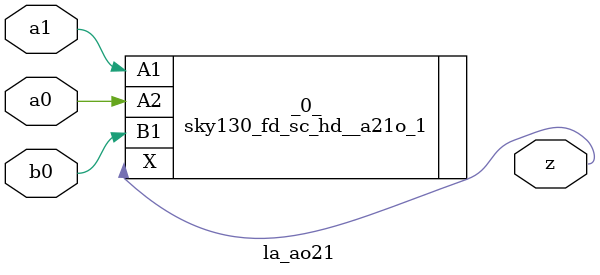
<source format=v>

/* Generated by Yosys 0.44 (git sha1 80ba43d26, g++ 11.4.0-1ubuntu1~22.04 -fPIC -O3) */

(* top =  1  *)
(* src = "generated" *)
module la_ao21 (
    a0,
    a1,
    b0,
    z
);
  (* src = "generated" *)
  input a0;
  wire a0;
  (* src = "generated" *)
  input a1;
  wire a1;
  (* src = "generated" *)
  input b0;
  wire b0;
  (* src = "generated" *)
  output z;
  wire z;
  sky130_fd_sc_hd__a21o_1 _0_ (
      .A1(a1),
      .A2(a0),
      .B1(b0),
      .X (z)
  );
endmodule

</source>
